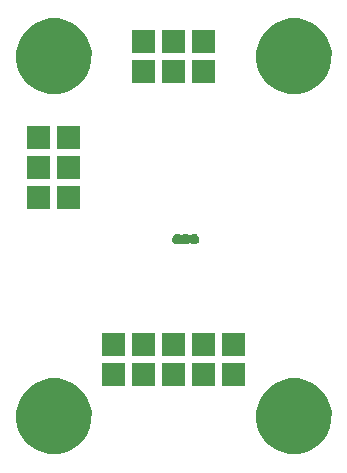
<source format=gbr>
G04 #@! TF.GenerationSoftware,KiCad,Pcbnew,(2017-02-05 revision 431abcf)-makepkg*
G04 #@! TF.CreationDate,2017-03-01T08:27:15+01:00*
G04 #@! TF.ProjectId,SYMPOWER02A,53594D504F5745523032412E6B696361,rev?*
G04 #@! TF.FileFunction,Soldermask,Top*
G04 #@! TF.FilePolarity,Negative*
%FSLAX46Y46*%
G04 Gerber Fmt 4.6, Leading zero omitted, Abs format (unit mm)*
G04 Created by KiCad (PCBNEW (2017-02-05 revision 431abcf)-makepkg) date 03/01/17 08:27:15*
%MOMM*%
%LPD*%
G01*
G04 APERTURE LIST*
%ADD10C,1.300000*%
G04 APERTURE END LIST*
D10*
G36*
X5416110Y8277872D02*
X6030848Y8151685D01*
X6609363Y7908500D01*
X7129631Y7557574D01*
X7571824Y7112283D01*
X7919105Y6589582D01*
X8158249Y6009378D01*
X8280004Y5394466D01*
X8280004Y5394449D01*
X8280137Y5393776D01*
X8270128Y4676993D01*
X8269977Y4676330D01*
X8269977Y4676306D01*
X8131099Y4065032D01*
X7875851Y3491739D01*
X7514107Y2978933D01*
X7059653Y2546162D01*
X6529787Y2209900D01*
X5944712Y1982964D01*
X5326688Y1873989D01*
X4699273Y1887132D01*
X4086359Y2021890D01*
X3511293Y2273129D01*
X2995980Y2631282D01*
X2560044Y3082706D01*
X2220093Y3610208D01*
X1989075Y4193693D01*
X1875790Y4810936D01*
X1884551Y5438424D01*
X2015027Y6052266D01*
X2262248Y6629075D01*
X2616795Y7146877D01*
X3065163Y7585952D01*
X3590276Y7929576D01*
X4172132Y8164661D01*
X4788571Y8282254D01*
X5416110Y8277872D01*
X5416110Y8277872D01*
G37*
G36*
X25736110Y8277872D02*
X26350848Y8151685D01*
X26929363Y7908500D01*
X27449631Y7557574D01*
X27891824Y7112283D01*
X28239105Y6589582D01*
X28478249Y6009378D01*
X28600004Y5394466D01*
X28600004Y5394449D01*
X28600137Y5393776D01*
X28590128Y4676993D01*
X28589977Y4676330D01*
X28589977Y4676306D01*
X28451099Y4065032D01*
X28195851Y3491739D01*
X27834107Y2978933D01*
X27379653Y2546162D01*
X26849787Y2209900D01*
X26264712Y1982964D01*
X25646688Y1873989D01*
X25019273Y1887132D01*
X24406359Y2021890D01*
X23831293Y2273129D01*
X23315980Y2631282D01*
X22880044Y3082706D01*
X22540093Y3610208D01*
X22309075Y4193693D01*
X22195790Y4810936D01*
X22204551Y5438424D01*
X22335027Y6052266D01*
X22582248Y6629075D01*
X22936795Y7146877D01*
X23385163Y7585952D01*
X23910276Y7929576D01*
X24492132Y8164661D01*
X25108571Y8282254D01*
X25736110Y8277872D01*
X25736110Y8277872D01*
G37*
G36*
X16202000Y7674000D02*
X14278000Y7674000D01*
X14278000Y9598000D01*
X16202000Y9598000D01*
X16202000Y7674000D01*
X16202000Y7674000D01*
G37*
G36*
X13662000Y7674000D02*
X11738000Y7674000D01*
X11738000Y9598000D01*
X13662000Y9598000D01*
X13662000Y7674000D01*
X13662000Y7674000D01*
G37*
G36*
X11122000Y7674000D02*
X9198000Y7674000D01*
X9198000Y9598000D01*
X11122000Y9598000D01*
X11122000Y7674000D01*
X11122000Y7674000D01*
G37*
G36*
X18742000Y7674000D02*
X16818000Y7674000D01*
X16818000Y9598000D01*
X18742000Y9598000D01*
X18742000Y7674000D01*
X18742000Y7674000D01*
G37*
G36*
X21282000Y7674000D02*
X19358000Y7674000D01*
X19358000Y9598000D01*
X21282000Y9598000D01*
X21282000Y7674000D01*
X21282000Y7674000D01*
G37*
G36*
X18742000Y10214000D02*
X16818000Y10214000D01*
X16818000Y12138000D01*
X18742000Y12138000D01*
X18742000Y10214000D01*
X18742000Y10214000D01*
G37*
G36*
X16202000Y10214000D02*
X14278000Y10214000D01*
X14278000Y12138000D01*
X16202000Y12138000D01*
X16202000Y10214000D01*
X16202000Y10214000D01*
G37*
G36*
X13662000Y10214000D02*
X11738000Y10214000D01*
X11738000Y12138000D01*
X13662000Y12138000D01*
X13662000Y10214000D01*
X13662000Y10214000D01*
G37*
G36*
X11122000Y10214000D02*
X9198000Y10214000D01*
X9198000Y12138000D01*
X11122000Y12138000D01*
X11122000Y10214000D01*
X11122000Y10214000D01*
G37*
G36*
X21282000Y10214000D02*
X19358000Y10214000D01*
X19358000Y12138000D01*
X21282000Y12138000D01*
X21282000Y10214000D01*
X21282000Y10214000D01*
G37*
G36*
X17003266Y20515703D02*
X17089716Y20497958D01*
X17171068Y20463761D01*
X17244230Y20414413D01*
X17306418Y20351790D01*
X17355251Y20278289D01*
X17388881Y20196696D01*
X17405886Y20110814D01*
X17405886Y20110798D01*
X17406019Y20110125D01*
X17404611Y20009327D01*
X17404460Y20008664D01*
X17404460Y20008640D01*
X17385064Y19923267D01*
X17349171Y19842652D01*
X17298298Y19770534D01*
X17234391Y19709676D01*
X17159877Y19662389D01*
X17077604Y19630477D01*
X16990690Y19615151D01*
X16902459Y19617000D01*
X16816268Y19635949D01*
X16735399Y19671281D01*
X16662861Y19721695D01*
X16645744Y19731251D01*
X16627092Y19737285D01*
X16607622Y19739563D01*
X16588081Y19737999D01*
X16569220Y19732653D01*
X16551765Y19723731D01*
X16536828Y19711997D01*
X16534390Y19709676D01*
X16459877Y19662389D01*
X16377604Y19630477D01*
X16290690Y19615151D01*
X16202459Y19617000D01*
X16116268Y19635949D01*
X16035399Y19671281D01*
X15962861Y19721695D01*
X15945744Y19731251D01*
X15927092Y19737285D01*
X15907622Y19739563D01*
X15888081Y19737999D01*
X15869220Y19732653D01*
X15851765Y19723731D01*
X15836828Y19711997D01*
X15834390Y19709676D01*
X15759877Y19662389D01*
X15677604Y19630477D01*
X15590690Y19615151D01*
X15502459Y19617000D01*
X15416268Y19635949D01*
X15335399Y19671281D01*
X15262930Y19721647D01*
X15201631Y19785125D01*
X15153822Y19859310D01*
X15121335Y19941363D01*
X15105404Y20028164D01*
X15106636Y20116401D01*
X15124986Y20202726D01*
X15159751Y20283842D01*
X15209607Y20356655D01*
X15272665Y20418405D01*
X15346502Y20466723D01*
X15428331Y20499783D01*
X15515017Y20516320D01*
X15603266Y20515703D01*
X15689716Y20497958D01*
X15771068Y20463761D01*
X15850253Y20410350D01*
X15867501Y20401034D01*
X15886235Y20395261D01*
X15905736Y20393255D01*
X15925253Y20395091D01*
X15944037Y20400700D01*
X15961366Y20409866D01*
X15968806Y20415880D01*
X16046502Y20466723D01*
X16128331Y20499783D01*
X16215017Y20516320D01*
X16303266Y20515703D01*
X16389716Y20497958D01*
X16471068Y20463761D01*
X16550253Y20410350D01*
X16567501Y20401034D01*
X16586235Y20395261D01*
X16605736Y20393255D01*
X16625253Y20395091D01*
X16644037Y20400700D01*
X16661366Y20409866D01*
X16668806Y20415880D01*
X16746502Y20466723D01*
X16828331Y20499783D01*
X16915017Y20516320D01*
X17003266Y20515703D01*
X17003266Y20515703D01*
G37*
G36*
X7312000Y22660000D02*
X5388000Y22660000D01*
X5388000Y24584000D01*
X7312000Y24584000D01*
X7312000Y22660000D01*
X7312000Y22660000D01*
G37*
G36*
X4772000Y22660000D02*
X2848000Y22660000D01*
X2848000Y24584000D01*
X4772000Y24584000D01*
X4772000Y22660000D01*
X4772000Y22660000D01*
G37*
G36*
X4772000Y25200000D02*
X2848000Y25200000D01*
X2848000Y27124000D01*
X4772000Y27124000D01*
X4772000Y25200000D01*
X4772000Y25200000D01*
G37*
G36*
X7312000Y25200000D02*
X5388000Y25200000D01*
X5388000Y27124000D01*
X7312000Y27124000D01*
X7312000Y25200000D01*
X7312000Y25200000D01*
G37*
G36*
X7312000Y27740000D02*
X5388000Y27740000D01*
X5388000Y29664000D01*
X7312000Y29664000D01*
X7312000Y27740000D01*
X7312000Y27740000D01*
G37*
G36*
X4772000Y27740000D02*
X2848000Y27740000D01*
X2848000Y29664000D01*
X4772000Y29664000D01*
X4772000Y27740000D01*
X4772000Y27740000D01*
G37*
G36*
X5416110Y38757872D02*
X6030848Y38631685D01*
X6609363Y38388500D01*
X7129631Y38037574D01*
X7571824Y37592283D01*
X7919105Y37069582D01*
X8158249Y36489378D01*
X8280004Y35874466D01*
X8280004Y35874449D01*
X8280137Y35873776D01*
X8270128Y35156993D01*
X8269977Y35156330D01*
X8269977Y35156306D01*
X8131099Y34545032D01*
X7875851Y33971739D01*
X7514107Y33458933D01*
X7059653Y33026162D01*
X6529787Y32689900D01*
X5944712Y32462964D01*
X5326688Y32353989D01*
X4699273Y32367132D01*
X4086359Y32501890D01*
X3511293Y32753129D01*
X2995980Y33111282D01*
X2560044Y33562706D01*
X2220093Y34090208D01*
X1989075Y34673693D01*
X1875790Y35290936D01*
X1884551Y35918424D01*
X2015027Y36532266D01*
X2262248Y37109075D01*
X2616795Y37626877D01*
X3065163Y38065952D01*
X3590276Y38409576D01*
X4172132Y38644661D01*
X4788571Y38762254D01*
X5416110Y38757872D01*
X5416110Y38757872D01*
G37*
G36*
X25736110Y38757872D02*
X26350848Y38631685D01*
X26929363Y38388500D01*
X27449631Y38037574D01*
X27891824Y37592283D01*
X28239105Y37069582D01*
X28478249Y36489378D01*
X28600004Y35874466D01*
X28600004Y35874449D01*
X28600137Y35873776D01*
X28590128Y35156993D01*
X28589977Y35156330D01*
X28589977Y35156306D01*
X28451099Y34545032D01*
X28195851Y33971739D01*
X27834107Y33458933D01*
X27379653Y33026162D01*
X26849787Y32689900D01*
X26264712Y32462964D01*
X25646688Y32353989D01*
X25019273Y32367132D01*
X24406359Y32501890D01*
X23831293Y32753129D01*
X23315980Y33111282D01*
X22880044Y33562706D01*
X22540093Y34090208D01*
X22309075Y34673693D01*
X22195790Y35290936D01*
X22204551Y35918424D01*
X22335027Y36532266D01*
X22582248Y37109075D01*
X22936795Y37626877D01*
X23385163Y38065952D01*
X23910276Y38409576D01*
X24492132Y38644661D01*
X25108571Y38762254D01*
X25736110Y38757872D01*
X25736110Y38757872D01*
G37*
G36*
X16202000Y33328000D02*
X14278000Y33328000D01*
X14278000Y35252000D01*
X16202000Y35252000D01*
X16202000Y33328000D01*
X16202000Y33328000D01*
G37*
G36*
X18742000Y33328000D02*
X16818000Y33328000D01*
X16818000Y35252000D01*
X18742000Y35252000D01*
X18742000Y33328000D01*
X18742000Y33328000D01*
G37*
G36*
X13662000Y33328000D02*
X11738000Y33328000D01*
X11738000Y35252000D01*
X13662000Y35252000D01*
X13662000Y33328000D01*
X13662000Y33328000D01*
G37*
G36*
X18742000Y35868000D02*
X16818000Y35868000D01*
X16818000Y37792000D01*
X18742000Y37792000D01*
X18742000Y35868000D01*
X18742000Y35868000D01*
G37*
G36*
X16202000Y35868000D02*
X14278000Y35868000D01*
X14278000Y37792000D01*
X16202000Y37792000D01*
X16202000Y35868000D01*
X16202000Y35868000D01*
G37*
G36*
X13662000Y35868000D02*
X11738000Y35868000D01*
X11738000Y37792000D01*
X13662000Y37792000D01*
X13662000Y35868000D01*
X13662000Y35868000D01*
G37*
M02*

</source>
